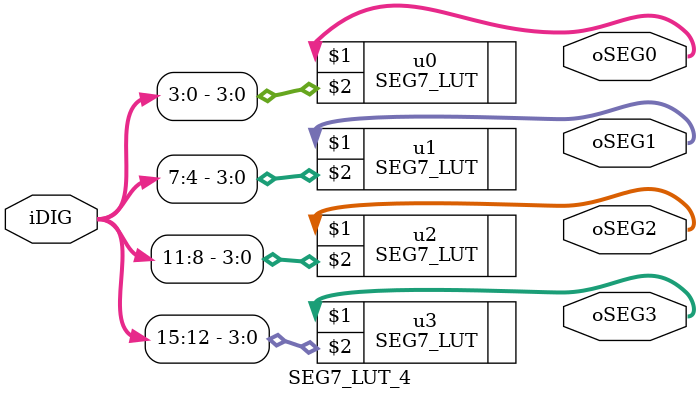
<source format=v>
module SEG7_LUT_4 (	oSEG0,oSEG1,oSEG2,oSEG3,iDIG );
input	[31:0]	iDIG;
output	[6:0]	oSEG0,oSEG1,oSEG2,oSEG3;

SEG7_LUT	u0	(	oSEG0,iDIG[3:0]		);
SEG7_LUT	u1	(	oSEG1,iDIG[7:4]		);
SEG7_LUT	u2	(	oSEG2,iDIG[11:8]	);
SEG7_LUT	u3	(	oSEG3,iDIG[15:12]	);


endmodule
</source>
